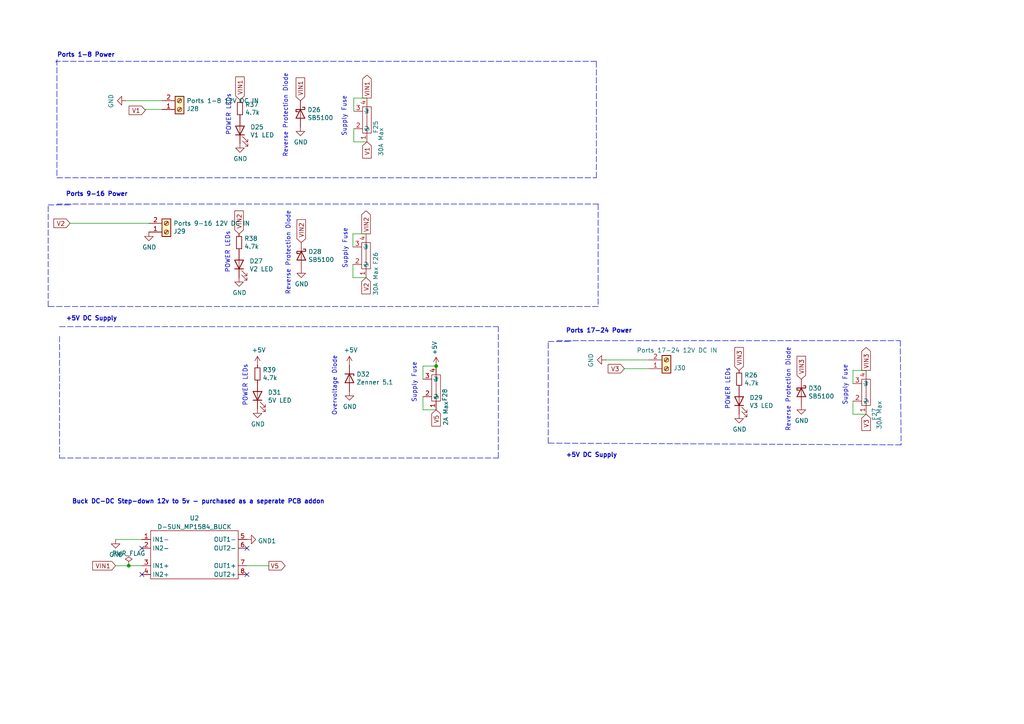
<source format=kicad_sch>
(kicad_sch (version 20211123) (generator eeschema)
  (paper "A4")
  (title_block (title "RPI Cape DPI 24ch Pixel Controller") (date "2022-04-04") (company "OnlineDynamic"))
  (lib_symbols
    (symbol "Connector:Screw_Terminal_01x02" (pin_names (offset 1.016) hide)
      (property "Reference" "J" (at 0 2.54 0))
      (property "Value" "Screw_Terminal_01x02" (at 0 -5.08 0))
      (symbol "Screw_Terminal_01x02_1_1"
        (rectangle (start -1.27 1.27) (end 1.27 -3.81) (stroke (width 0.254)) (fill (type background)))
        (circle (center 0 -2.54) (radius 0.635) (stroke (width 0.1524)))
        (polyline (pts (xy -0.5334 -2.2098) (xy 0.3302 -3.048)) (stroke (width 0.1524)))
        (polyline (pts (xy -0.5334 0.3302) (xy 0.3302 -0.508)) (stroke (width 0.1524)))
        (polyline (pts (xy -0.3556 -2.032) (xy 0.508 -2.8702)) (stroke (width 0.1524)))
        (polyline (pts (xy -0.3556 0.508) (xy 0.508 -0.3302)) (stroke (width 0.1524)))
        (circle (center 0 0) (radius 0.635) (stroke (width 0.1524)))
        (pin passive line (at -5.08 0 0) (length 3.81) (name "Pin_1") (number "1"))
        (pin passive line (at -5.08 -2.54 0) (length 3.81) (name "Pin_2") (number "2"))
      )
    )
    (symbol "Device:D_Schottky" (pin_numbers hide) (pin_names (offset 1.016) hide)
      (property "Reference" "D" (at 0 2.54 0))
      (property "Value" "D_Schottky" (at 0 -2.54 0))
      (symbol "D_Schottky_0_1"
        (polyline (pts (xy 1.27 0) (xy -1.27 0)))
        (polyline (pts (xy 1.27 1.27) (xy 1.27 -1.27) (xy -1.27 0) (xy 1.27 1.27)) (stroke (width 0.254)))
        (polyline (pts (xy -1.905 0.635) (xy -1.905 1.27) (xy -1.27 1.27) (xy -1.27 -1.27) (xy -0.635 -1.27) (xy -0.635 -0.635)) (stroke (width 0.254)))
      )
      (symbol "D_Schottky_1_1"
        (pin passive line (at -3.81 0 0) (length 2.54) (name "K") (number "1"))
        (pin passive line (at 3.81 0 180) (length 2.54) (name "A") (number "2"))
      )
    )
    (symbol "Device:D_Zener" (pin_numbers hide) (pin_names (offset 1.016) hide)
      (property "Reference" "D" (at 0 2.54 0))
      (property "Value" "D_Zener" (at 0 -2.54 0))
      (symbol "D_Zener_0_1"
        (polyline (pts (xy 1.27 0) (xy -1.27 0)))
        (polyline (pts (xy -1.27 -1.27) (xy -1.27 1.27) (xy -0.762 1.27)) (stroke (width 0.254)))
        (polyline (pts (xy 1.27 -1.27) (xy 1.27 1.27) (xy -1.27 0) (xy 1.27 -1.27)) (stroke (width 0.254)))
      )
      (symbol "D_Zener_1_1"
        (pin passive line (at -3.81 0 0) (length 2.54) (name "K") (number "1"))
        (pin passive line (at 3.81 0 180) (length 2.54) (name "A") (number "2"))
      )
    )
    (symbol "Device:LED" (pin_numbers hide) (pin_names (offset 1.016) hide)
      (property "Reference" "D" (at 0 2.54 0))
      (property "Value" "LED" (at 0 -2.54 0))
      (symbol "LED_0_1"
        (polyline (pts (xy -1.27 -1.27) (xy -1.27 1.27)) (stroke (width 0.254)))
        (polyline (pts (xy -1.27 0) (xy 1.27 0)))
        (polyline (pts (xy 1.27 -1.27) (xy 1.27 1.27) (xy -1.27 0) (xy 1.27 -1.27)) (stroke (width 0.254)))
        (polyline (pts (xy -3.048 -0.762) (xy -4.572 -2.286) (xy -3.81 -2.286) (xy -4.572 -2.286) (xy -4.572 -1.524)))
        (polyline (pts (xy -1.778 -0.762) (xy -3.302 -2.286) (xy -2.54 -2.286) (xy -3.302 -2.286) (xy -3.302 -1.524)))
      )
      (symbol "LED_1_1"
        (pin passive line (at -3.81 0 0) (length 2.54) (name "K") (number "1"))
        (pin passive line (at 3.81 0 180) (length 2.54) (name "A") (number "2"))
      )
    )
    (symbol "Device:R_Small" (pin_numbers hide) (pin_names (offset 0.254) hide)
      (property "Reference" "R" (at 0.762 0.508 0))
      (property "Value" "R_Small" (at 0.762 -1.016 0))
      (symbol "R_Small_0_1"
        (rectangle (start -0.762 1.778) (end 0.762 -1.778) (stroke (width 0.2032)))
      )
      (symbol "R_Small_1_1"
        (pin passive line (at 0 2.54 270) (length 0.762) (name "~") (number "1"))
        (pin passive line (at 0 -2.54 90) (length 0.762) (name "~") (number "2"))
      )
    )
    (symbol "Stuarts_BESPOKE:D-SUN_MP1584_BUCK"
      (property "Reference" "U" (at 0 2.54 0))
      (property "Value" "D-SUN_MP1584_BUCK" (at 0 5.08 0))
      (symbol "D-SUN_MP1584_BUCK_0_1"
        (rectangle (start -12.7 1.27) (end 12.7 -12.7) (stroke (width 0.1524)))
      )
      (symbol "D-SUN_MP1584_BUCK_1_1"
        (pin power_in line (at -15.24 -1.27 0) (length 2.54) (name "IN1-") (number "1"))
        (pin power_in line (at -15.24 -3.81 0) (length 2.54) (name "IN2-") (number "2"))
        (pin power_in line (at -15.24 -8.89 0) (length 2.54) (name "IN1+") (number "3"))
        (pin power_in line (at -15.24 -11.43 0) (length 2.54) (name "IN2+") (number "4"))
        (pin power_out line (at 15.24 -1.27 180) (length 2.54) (name "OUT1-") (number "5"))
        (pin power_out line (at 15.24 -3.81 180) (length 2.54) (name "OUT2-") (number "6"))
        (pin power_out line (at 15.24 -8.89 180) (length 2.54) (name "OUT1+") (number "7"))
        (pin power_out line (at 15.24 -11.43 180) (length 2.54) (name "OUT2+") (number "8"))
      )
    )
    (symbol "Stuarts_BESPOKE:Medium_Auto_Fuse_Holder"
      (property "Reference" "F" (at 0 0 0))
      (property "Value" "Medium_Auto_Fuse_Holder" (at 11.43 -5.08 0))
      (symbol "Medium_Auto_Fuse_Holder_0_1"
        (rectangle (start -3.81 -2.54) (end -1.27 -10.16) (stroke (width 0.1524)))
        (polyline (pts (xy -2.54 -10.16) (xy -2.54 -2.54)) (stroke (width 0.1524)))
      )
      (symbol "Medium_Auto_Fuse_Holder_1_1"
        (pin input line (at -2.54 0 270) (length 2.54) (name "1") (number "1"))
        (pin input line (at 1.27 -3.81 180) (length 2.54) (name "2") (number "2"))
        (pin output line (at 1.27 -8.89 180) (length 2.54) (name "3") (number "3"))
        (pin output line (at -2.54 -12.7 90) (length 2.54) (name "4") (number "4"))
      )
    )
    (symbol "power:+5V" (power) (pin_names (offset 0))
      (property "Value" "+5V" (at 0 3.556 0))
      (symbol "+5V_0_1"
        (polyline (pts (xy -0.762 1.27) (xy 0 2.54)))
        (polyline (pts (xy 0 0) (xy 0 2.54)))
        (polyline (pts (xy 0 2.54) (xy 0.762 1.27)))
      )
      (symbol "+5V_1_1"
        (pin power_in line (at 0 0 90) (length 0) hide (name "+5V") (number "1"))
      )
    )
    (symbol "power:GND" (power) (pin_names (offset 0))
      (property "Value" "GND" (at 0 -3.81 0))
      (symbol "GND_0_1"
        (polyline (pts (xy 0 0) (xy 0 -1.27) (xy 1.27 -1.27) (xy 0 -2.54) (xy -1.27 -1.27) (xy 0 -1.27)))
      )
      (symbol "GND_1_1"
        (pin power_in line (at 0 0 270) (length 0) hide (name "GND") (number "1"))
      )
    )
    (symbol "power:GND1" (power) (pin_names (offset 0))
      (property "Value" "GND1" (at 0 -3.81 0))
      (symbol "GND1_0_1"
        (polyline (pts (xy 0 0) (xy 0 -1.27) (xy 1.27 -1.27) (xy 0 -2.54) (xy -1.27 -1.27) (xy 0 -1.27)))
      )
      (symbol "GND1_1_1"
        (pin power_in line (at 0 0 270) (length 0) hide (name "GND1") (number "1"))
      )
    )
    (symbol "power:PWR_FLAG" (power) (pin_numbers hide) (pin_names (offset 0) hide)
      (property "Value" "PWR_FLAG" (at 0 3.81 0))
      (symbol "PWR_FLAG_0_0"
        (pin power_out line (at 0 0 90) (length 0) (name "pwr") (number "1"))
      )
      (symbol "PWR_FLAG_0_1"
        (polyline (pts (xy 0 0) (xy 0 1.27) (xy -1.016 1.905) (xy 0 2.54) (xy 1.016 1.905) (xy 0 1.27)))
      )
    )
  )
  (junction (at 126.492 106.172))
  (junction (at 37.338 164.084))
  (no_connect (at 41.148 159.004))
  (no_connect (at 71.628 159.004))
  (no_connect (at 71.628 166.624))
  (no_connect (at 41.148 166.624))
  (polyline (pts (xy 261.112 98.806) (xy 261.366 129.032)))
  (wire (pts (xy 46.99 31.75) (xy 42.164 31.75)))
  (wire (pts (xy 71.628 164.084) (xy 77.978 164.084)))
  (wire (pts (xy 251.206 107.442) (xy 247.396 107.442)))
  (polyline (pts (xy 173.482 88.9) (xy 13.97 88.9)))
  (wire (pts (xy 37.338 164.084) (xy 41.148 164.084)))
  (polyline (pts (xy 159.004 128.524) (xy 159.004 99.06)))
  (wire (pts (xy 102.362 76.708) (xy 102.362 80.518)))
  (polyline (pts (xy 144.526 132.842) (xy 144.526 94.742)))
  (wire (pts (xy 106.172 67.818) (xy 102.362 67.818)))
  (polyline (pts (xy 16.51 51.562) (xy 172.974 51.562)))
  (wire (pts (xy 33.528 164.084) (xy 37.338 164.084)))
  (polyline (pts (xy 17.272 132.842) (xy 144.526 132.842)))
  (polyline (pts (xy 20.574 59.436) (xy 20.574 59.182)))
  (wire (pts (xy 247.396 120.142) (xy 251.206 120.142)))
  (polyline (pts (xy 13.97 88.9) (xy 13.97 59.436)))
  (wire (pts (xy 122.682 115.062) (xy 122.682 118.872)))
  (wire (pts (xy 102.616 37.338) (xy 102.616 41.148)))
  (polyline (pts (xy 16.51 59.182) (xy 173.482 59.182)))
  (wire (pts (xy 102.362 80.518) (xy 106.172 80.518)))
  (polyline (pts (xy 172.974 51.562) (xy 172.974 17.78)))
  (wire (pts (xy 247.396 116.332) (xy 247.396 120.142)))
  (wire (pts (xy 181.102 106.934) (xy 188.214 106.934)))
  (wire (pts (xy 122.682 106.172) (xy 126.492 106.172)))
  (polyline (pts (xy 159.004 99.06) (xy 165.608 99.06)))
  (polyline (pts (xy 16.256 17.78) (xy 16.256 18.034)))
  (wire (pts (xy 102.616 28.448) (xy 106.426 28.448)))
  (polyline (pts (xy 165.608 99.06) (xy 165.608 98.806)))
  (polyline (pts (xy 172.974 17.78) (xy 16.256 17.78)))
  (wire (pts (xy 175.768 104.394) (xy 188.214 104.394)))
  (wire (pts (xy 122.682 118.872) (xy 126.492 118.872)))
  (wire (pts (xy 122.682 106.172) (xy 122.682 109.982)))
  (wire (pts (xy 36.576 29.21) (xy 46.99 29.21)))
  (wire (pts (xy 102.362 67.818) (xy 102.362 71.628)))
  (wire (pts (xy 20.32 64.77) (xy 43.18 64.77)))
  (wire (pts (xy 42.164 31.75) (xy 42.164 32.004)))
  (polyline (pts (xy 17.272 94.742) (xy 144.526 94.742)))
  (polyline (pts (xy 261.366 129.032) (xy 159.004 128.524)))
  (polyline (pts (xy 16.51 17.272) (xy 16.51 51.562)))
  (polyline (pts (xy 161.544 98.806) (xy 261.112 98.806)))
  (wire (pts (xy 33.528 156.464) (xy 41.148 156.464)))
  (polyline (pts (xy 173.482 59.182) (xy 173.482 88.9)))
  (wire (pts (xy 102.616 41.148) (xy 106.426 41.148)))
  (polyline (pts (xy 13.97 59.436) (xy 20.574 59.436)))
  (wire (pts (xy 102.616 32.258) (xy 102.616 28.448)))
  (polyline (pts (xy 17.272 97.536) (xy 17.272 132.842)))
  (wire (pts (xy 247.396 107.442) (xy 247.396 111.252)))
  (text "POWER LEDs" (at 66.802 79.248 90) (effects (font (size 1.27 1.27)) (justify left bottom)))
  (text "POWER LEDs" (at 71.882 117.856 90) (effects (font (size 1.27 1.27)) (justify left bottom)))
  (text "+5V DC Supply" (at 164.084 132.842 0) (effects (font (size 1.27 1.27) (thickness 0.254) bold) (justify left bottom)))
  (text "POWER LEDs" (at 67.056 39.37 90) (effects (font (size 1.27 1.27)) (justify left bottom)))
  (text "Reverse Protection Diode" (at 229.362 125.222 90) (effects (font (size 1.27 1.27)) (justify left bottom)))
  (text "Supply Fuse" (at 100.584 39.624 90) (effects (font (size 1.27 1.27)) (justify left bottom)))
  (text "+5V DC Supply" (at 19.05 93.218 0) (effects (font (size 1.27 1.27) (thickness 0.254) bold) (justify left bottom)))
  (text "Reverse Protection Diode" (at 84.328 85.598 90) (effects (font (size 1.27 1.27)) (justify left bottom)))
  (text "Ports 9-16 Power" (at 19.05 57.15 0) (effects (font (size 1.27 1.27) (thickness 0.254) bold) (justify left bottom)))
  (text "Buck DC-DC Step-down 12v to 5v - purchased as a seperate PCB addon" (at 20.828 146.304 0) (effects (font (size 1.27 1.27) (thickness 0.254) bold) (justify left bottom)))
  (text "Supply Fuse" (at 245.872 117.602 90) (effects (font (size 1.27 1.27)) (justify left bottom)))
  (text "Supply Fuse" (at 100.838 77.978 90) (effects (font (size 1.27 1.27)) (justify left bottom)))
  (text "Reverse Protection Diode" (at 83.566 45.72 90) (effects (font (size 1.27 1.27)) (justify left bottom)))
  (text "Supply Fuse" (at 120.904 116.84 90) (effects (font (size 1.27 1.27)) (justify left bottom)))
  (text "Ports 17-24 Power" (at 164.084 96.774 0) (effects (font (size 1.27 1.27) (thickness 0.254) bold) (justify left bottom)))
  (text "Ports 1-8 Power" (at 16.51 16.764 0) (effects (font (size 1.27 1.27) (thickness 0.254) bold) (justify left bottom)))
  (text "POWER LEDs" (at 211.836 118.872 90) (effects (font (size 1.27 1.27)) (justify left bottom)))
  (text "Overvoltage Diode" (at 97.79 120.65 90) (effects (font (size 1.27 1.27)) (justify left bottom)))
  (global_label "V5" (shape output) (at 77.978 164.084 0) (property "Intersheet References" "${INTERSHEET_REFS}" (effects hide)))
  (global_label "VIN3" (shape output) (at 251.206 107.442 90) (property "Intersheet References" "${INTERSHEET_REFS}" (effects hide)))
  (global_label "VIN2" (shape input) (at 87.376 70.358 90) (property "Intersheet References" "${INTERSHEET_REFS}" (effects hide)))
  (global_label "VIN1" (shape output) (at 106.426 28.448 90) (property "Intersheet References" "${INTERSHEET_REFS}" (effects hide)))
  (global_label "VIN2" (shape output) (at 106.172 67.818 90) (property "Intersheet References" "${INTERSHEET_REFS}" (effects hide)))
  (global_label "VIN1" (shape input) (at 69.596 28.956 90) (property "Intersheet References" "${INTERSHEET_REFS}" (effects hide)))
  (global_label "VIN1" (shape input) (at 87.122 29.21 90) (property "Intersheet References" "${INTERSHEET_REFS}" (effects hide)))
  (global_label "V3" (shape input) (at 181.102 106.934 180) (property "Intersheet References" "${INTERSHEET_REFS}" (effects hide)))
  (global_label "V1" (shape input) (at 42.164 32.004 180) (property "Intersheet References" "${INTERSHEET_REFS}" (effects hide)))
  (global_label "VIN1" (shape input) (at 33.528 164.084 180) (property "Intersheet References" "${INTERSHEET_REFS}" (effects hide)))
  (global_label "V1" (shape input) (at 106.426 41.148 270) (property "Intersheet References" "${INTERSHEET_REFS}" (effects hide)))
  (global_label "VIN3" (shape input) (at 232.41 109.982 90) (property "Intersheet References" "${INTERSHEET_REFS}" (effects hide)))
  (global_label "V2" (shape input) (at 20.32 64.77 180) (property "Intersheet References" "${INTERSHEET_REFS}" (effects hide)))
  (global_label "V3" (shape input) (at 251.206 120.142 270) (property "Intersheet References" "${INTERSHEET_REFS}" (effects hide)))
  (global_label "V5" (shape input) (at 126.492 118.872 270) (property "Intersheet References" "${INTERSHEET_REFS}" (effects hide)))
  (global_label "V2" (shape input) (at 106.172 80.518 270) (property "Intersheet References" "${INTERSHEET_REFS}" (effects hide)))
  (global_label "VIN2" (shape input) (at 69.342 67.818 90) (property "Intersheet References" "${INTERSHEET_REFS}" (effects hide)))
  (global_label "VIN3" (shape input) (at 214.376 107.442 90) (property "Intersheet References" "${INTERSHEET_REFS}" (effects hide)))
  (symbol (lib_id "Connector:Screw_Terminal_01x02") (at 52.07 31.75 0) (mirror x) (unit 1)
    (property "Reference" "J28" (at 54.102 31.5468 0) (effects (justify left)))
    (property "Value" "Ports 1-8 12V DC IN" (at 54.102 29.2354 0) (effects (justify left)))
    (property "Footprint" "Stuart_BESPOKE:TerminalBlock_KF950_1x02_P9.50mm_Horizontal" (effects hide))
  )
  (symbol (lib_id "Connector:Screw_Terminal_01x02") (at 48.26 67.31 0) (mirror x) (unit 1)
    (property "Reference" "J29" (at 50.292 67.1068 0) (effects (justify left)))
    (property "Value" "Ports 9-16 12V DC IN" (at 50.292 64.7954 0) (effects (justify left)))
    (property "Footprint" "Stuart_BESPOKE:TerminalBlock_KF950_1x02_P9.50mm_Horizontal" (effects hide))
  )
  (symbol (lib_id "power:GND") (at 36.576 29.21 270) (unit 1)
    (property "Reference" "#PWR061" (effects hide))
    (property "Value" "GND" (at 32.1818 29.337 0))
  )
  (symbol (lib_id "power:GND") (at 43.18 67.31 0) (unit 1)
    (property "Reference" "#PWR060" (effects hide))
    (property "Value" "GND" (at 43.307 71.7042 0))
  )
  (symbol (lib_id "power:GND") (at 69.596 41.656 0) (unit 1)
    (property "Reference" "#PWR062" (effects hide))
    (property "Value" "GND" (at 69.723 46.0502 0))
  )
  (symbol (lib_id "power:GND") (at 69.342 80.518 0) (unit 1)
    (property "Reference" "#PWR063" (effects hide))
    (property "Value" "GND" (at 69.469 84.9122 0))
  )
  (symbol (lib_id "power:GND") (at 74.676 118.618 0) (unit 1)
    (property "Reference" "#PWR065" (effects hide))
    (property "Value" "GND" (at 74.803 123.0122 0))
  )
  (symbol (lib_id "power:+5V") (at 74.676 105.918 0) (unit 1)
    (property "Reference" "#PWR064" (effects hide))
    (property "Value" "+5V" (at 75.057 101.5238 0))
  )
  (symbol (lib_id "Device:LED") (at 69.596 37.846 90) (unit 1)
    (property "Reference" "D25" (at 72.5932 36.8554 90) (effects (justify right)))
    (property "Value" "V1 LED" (at 72.5932 39.1668 90) (effects (justify right)))
    (property "Footprint" "LED_SMD:LED_0603_1608Metric" (effects hide))
    (property "Datasheet" "Everlight-Elec-19-217-GHC-YR1S2-3T_C72043.pdf" (effects hide))
    (property "Description" "C72043" (effects hide))
  )
  (symbol (lib_id "Device:LED") (at 69.342 76.708 90) (unit 1)
    (property "Reference" "D27" (at 72.3392 75.7174 90) (effects (justify right)))
    (property "Value" "V2 LED" (at 72.3392 78.0288 90) (effects (justify right)))
    (property "Footprint" "LED_SMD:LED_0603_1608Metric" (effects hide))
    (property "Datasheet" "Everlight-Elec-19-217-GHC-YR1S2-3T_C72043.pdf" (effects hide))
    (property "Description" "C72043" (effects hide))
  )
  (symbol (lib_id "Device:LED") (at 74.676 114.808 90) (unit 1)
    (property "Reference" "D31" (at 77.6732 113.8174 90) (effects (justify right)))
    (property "Value" "5V LED" (at 77.6732 116.1288 90) (effects (justify right)))
    (property "Footprint" "LED_SMD:LED_0603_1608Metric" (effects hide))
    (property "Datasheet" "Everlight-Elec-19-217-GHC-YR1S2-3T_C72043.pdf" (effects hide))
    (property "Description" "C72043" (effects hide))
  )
  (symbol (lib_id "Device:R_Small") (at 69.596 31.496 0) (unit 1)
    (property "Reference" "R37" (at 71.0946 30.3276 0) (effects (justify left)))
    (property "Value" "4.7k" (at 71.0946 32.639 0) (effects (justify left)))
    (property "Footprint" "Resistor_SMD:R_0805_2012Metric" (effects hide))
    (property "Datasheet" "https://datasheet.lcsc.com/szlcsc/Uniroyal-Elec-0805W8F2201T5E_C17520.pdf" (effects hide))
    (property "Description" "C17673" (effects hide))
  )
  (symbol (lib_id "Device:R_Small") (at 69.342 70.358 0) (unit 1)
    (property "Reference" "R38" (at 70.8406 69.1896 0) (effects (justify left)))
    (property "Value" "4.7k" (at 70.8406 71.501 0) (effects (justify left)))
    (property "Footprint" "Resistor_SMD:R_0805_2012Metric" (effects hide))
    (property "Datasheet" "https://datasheet.lcsc.com/szlcsc/Uniroyal-Elec-0805W8F2201T5E_C17520.pdf" (effects hide))
    (property "Description" "C17673" (effects hide))
  )
  (symbol (lib_id "Device:R_Small") (at 74.676 108.458 0) (unit 1)
    (property "Reference" "R39" (at 76.1746 107.2896 0) (effects (justify left)))
    (property "Value" "4.7k" (at 76.1746 109.601 0) (effects (justify left)))
    (property "Footprint" "Resistor_SMD:R_0805_2012Metric" (effects hide))
    (property "Datasheet" "https://datasheet.lcsc.com/szlcsc/Uniroyal-Elec-0805W8F2201T5E_C17520.pdf" (effects hide))
    (property "Description" "C17673" (effects hide))
  )
  (symbol (lib_id "power:GND") (at 87.122 36.83 0) (unit 1)
    (property "Reference" "#PWR066" (effects hide))
    (property "Value" "GND" (at 87.249 41.2242 0))
  )
  (symbol (lib_id "power:GND") (at 87.376 77.978 0) (unit 1)
    (property "Reference" "#PWR067" (effects hide))
    (property "Value" "GND" (at 87.503 82.3722 0))
  )
  (symbol (lib_id "Device:D_Schottky") (at 87.122 33.02 270) (unit 1)
    (property "Reference" "D26" (at 89.154 31.8516 90) (effects (justify left)))
    (property "Value" "SB5100" (at 89.154 34.163 90) (effects (justify left)))
    (property "Footprint" "Diode_THT:D_DO-201AD_P12.70mm_Horizontal" (effects hide))
  )
  (symbol (lib_id "Device:D_Schottky") (at 87.376 74.168 270) (unit 1)
    (property "Reference" "D28" (at 89.408 72.9996 90) (effects (justify left)))
    (property "Value" "SB5100" (at 89.408 75.311 90) (effects (justify left)))
    (property "Footprint" "Diode_THT:D_DO-201AD_P12.70mm_Horizontal" (effects hide))
  )
  (symbol (lib_id "power:GND") (at 101.346 113.538 0) (unit 1)
    (property "Reference" "#PWR071" (effects hide))
    (property "Value" "GND" (at 101.473 117.9322 0))
  )
  (symbol (lib_id "power:+5V") (at 101.346 105.918 0) (unit 1)
    (property "Reference" "#PWR070" (effects hide))
    (property "Value" "+5V" (at 101.727 101.5238 0))
  )
  (symbol (lib_id "Device:D_Zener") (at 101.346 109.728 270) (unit 1)
    (property "Reference" "D32" (at 103.378 108.5596 90) (effects (justify left)))
    (property "Value" "Zenner 5.1" (at 103.378 110.871 90) (effects (justify left)))
    (property "Footprint" "Diode_THT:D_5W_P10.16mm_Horizontal" (effects hide))
  )
  (symbol (lib_id "Stuarts_BESPOKE:Medium_Auto_Fuse_Holder") (at 123.952 118.872 180) (unit 1)
    (property "Reference" "F28" (at 129.032 114.554 90))
    (property "Value" "2A Max" (at 129.286 119.888 90))
    (property "Footprint" "Stuart_BESPOKE:Medium Auto Fuse Holder" (effects hide))
  )
  (symbol (lib_id "power:GND") (at 33.528 156.464 0) (unit 1)
    (property "Reference" "#PWR072" (effects hide))
    (property "Value" "GND" (at 33.655 160.8582 0))
  )
  (symbol (lib_id "Stuarts_BESPOKE:Medium_Auto_Fuse_Holder") (at 103.886 41.148 180) (unit 1)
    (property "Reference" "F25" (at 108.966 36.83 90))
    (property "Value" "30A Max" (at 110.49 41.148 90))
    (property "Footprint" "Stuart_BESPOKE:Medium Auto Fuse Holder" (effects hide))
  )
  (symbol (lib_id "Stuarts_BESPOKE:Medium_Auto_Fuse_Holder") (at 103.632 80.518 180) (unit 1)
    (property "Reference" "F26" (at 108.966 74.93 90))
    (property "Value" "30A Max" (at 108.966 81.534 90))
    (property "Footprint" "Stuart_BESPOKE:Medium Auto Fuse Holder" (effects hide))
  )
  (symbol (lib_id "Connector:Screw_Terminal_01x02") (at 193.294 106.934 0) (mirror x) (unit 1)
    (property "Reference" "J30" (at 195.326 106.7308 0) (effects (justify left)))
    (property "Value" "Ports 17-24 12V DC IN" (at 184.658 101.6 0) (effects (justify left)))
    (property "Footprint" "Stuart_BESPOKE:TerminalBlock_KF950_1x02_P9.50mm_Horizontal" (effects hide))
  )
  (symbol (lib_id "Device:R_Small") (at 214.376 109.982 0) (unit 1)
    (property "Reference" "R26" (at 215.8746 108.8136 0) (effects (justify left)))
    (property "Value" "4.7k" (at 215.8746 111.125 0) (effects (justify left)))
    (property "Footprint" "Resistor_SMD:R_0805_2012Metric" (effects hide))
    (property "Datasheet" "https://datasheet.lcsc.com/szlcsc/Uniroyal-Elec-0805W8F2201T5E_C17520.pdf" (effects hide))
    (property "Description" "C17673" (effects hide))
  )
  (symbol (lib_id "Stuarts_BESPOKE:D-SUN_MP1584_BUCK") (at 56.388 155.194 0) (unit 1)
    (property "Reference" "U2" (at 56.388 150.275 0))
    (property "Value" "D-SUN_MP1584_BUCK" (at 56.388 152.8119 0))
    (property "Footprint" "Stuart_BESPOKE:D-SUN_MP1584_BUCK" (effects hide))
  )
  (symbol (lib_id "Device:D_Schottky") (at 232.41 113.792 270) (unit 1)
    (property "Reference" "D30" (at 234.442 112.6236 90) (effects (justify left)))
    (property "Value" "SB5100" (at 234.442 114.935 90) (effects (justify left)))
    (property "Footprint" "Diode_THT:D_DO-201AD_P12.70mm_Horizontal" (effects hide))
  )
  (symbol (lib_id "power:+5V") (at 126.492 106.172 0) (unit 1)
    (property "Reference" "#PWR0123" (effects hide))
    (property "Value" "+5V" (at 126.0582 102.9971 90) (effects (justify left)))
  )
  (symbol (lib_id "power:GND") (at 232.41 117.602 0) (unit 1)
    (property "Reference" "#PWR041" (effects hide))
    (property "Value" "GND" (at 232.537 121.9962 0))
  )
  (symbol (lib_id "power:GND") (at 175.768 104.394 270) (unit 1)
    (property "Reference" "#PWR036" (effects hide))
    (property "Value" "GND" (at 171.3738 104.521 0))
  )
  (symbol (lib_id "power:GND") (at 214.376 120.142 0) (unit 1)
    (property "Reference" "#PWR037" (effects hide))
    (property "Value" "GND" (at 214.503 124.5362 0))
  )
  (symbol (lib_id "power:PWR_FLAG") (at 37.338 164.084 0) (unit 1)
    (property "Reference" "#FLG0101" (effects hide))
    (property "Value" "PWR_FLAG" (at 37.338 160.5082 0))
  )
  (symbol (lib_id "power:GND1") (at 71.628 156.464 90) (unit 1)
    (property "Reference" "#PWR0125" (effects hide))
    (property "Value" "GND1" (at 74.803 156.8978 90) (effects (justify right)))
  )
  (symbol (lib_id "Stuarts_BESPOKE:Medium_Auto_Fuse_Holder") (at 248.666 120.142 180) (unit 1)
    (property "Reference" "F27" (at 253.6698 120.142 90))
    (property "Value" "30A Max" (at 255.016 120.396 90))
    (property "Footprint" "Stuart_BESPOKE:Medium Auto Fuse Holder" (effects hide))
  )
  (symbol (lib_id "Device:LED") (at 214.376 116.332 90) (unit 1)
    (property "Reference" "D29" (at 217.3732 115.3414 90) (effects (justify right)))
    (property "Value" "V3 LED" (at 217.3732 117.6528 90) (effects (justify right)))
    (property "Footprint" "LED_SMD:LED_0603_1608Metric" (effects hide))
    (property "Datasheet" "Everlight-Elec-19-217-GHC-YR1S2-3T_C72043.pdf" (effects hide))
    (property "Description" "C72043" (effects hide))
  )
)
</source>
